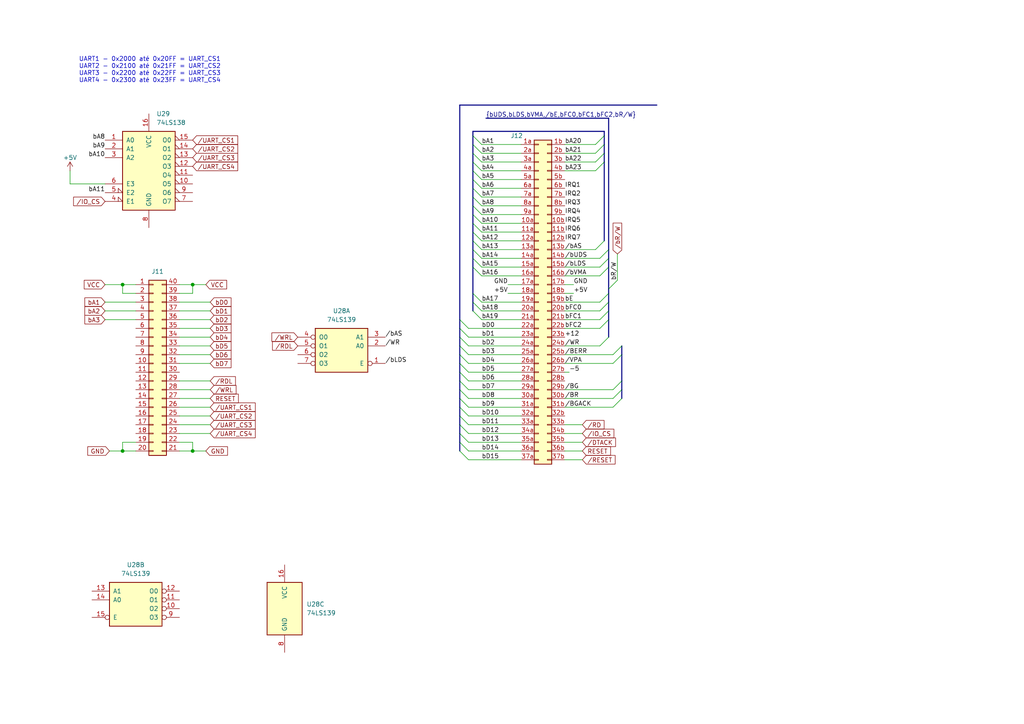
<source format=kicad_sch>
(kicad_sch (version 20230121) (generator eeschema)
  (paper "A4")
  (lib_symbols
    (symbol "74xx:74LS138" (pin_names (offset 1.016))
      (property "Reference" "U" (at -7.62 11.43 0))
      (property "Value" "74LS138" (at -7.62 -13.97 0))
      (symbol "74LS138_1_0"
        (pin input line (at -12.7 7.62 0) (length 5.08) (name "A0") (number "1"))
        (pin output output_low (at 12.7 -5.08 180) (length 5.08) (name "O5") (number "10"))
        (pin output output_low (at 12.7 -2.54 180) (length 5.08) (name "O4") (number "11"))
        (pin output output_low (at 12.7 0 180) (length 5.08) (name "O3") (number "12"))
        (pin output output_low (at 12.7 2.54 180) (length 5.08) (name "O2") (number "13"))
        (pin output output_low (at 12.7 5.08 180) (length 5.08) (name "O1") (number "14"))
        (pin output output_low (at 12.7 7.62 180) (length 5.08) (name "O0") (number "15"))
        (pin power_in line (at 0 15.24 270) (length 5.08) (name "VCC") (number "16"))
        (pin input line (at -12.7 5.08 0) (length 5.08) (name "A1") (number "2"))
        (pin input line (at -12.7 2.54 0) (length 5.08) (name "A2") (number "3"))
        (pin input input_low (at -12.7 -10.16 0) (length 5.08) (name "E1") (number "4"))
        (pin input input_low (at -12.7 -7.62 0) (length 5.08) (name "E2") (number "5"))
        (pin input line (at -12.7 -5.08 0) (length 5.08) (name "E3") (number "6"))
        (pin output output_low (at 12.7 -10.16 180) (length 5.08) (name "O7") (number "7"))
        (pin power_in line (at 0 -17.78 90) (length 5.08) (name "GND") (number "8"))
        (pin output output_low (at 12.7 -7.62 180) (length 5.08) (name "O6") (number "9"))
      )
      (symbol "74LS138_1_1"
        (rectangle (start -7.62 10.16) (end 7.62 -12.7) (stroke (width 0.254)) (fill (type background)))
      )
    )
    (symbol "74xx:74LS139" (pin_names (offset 1.016))
      (property "Reference" "U" (at -7.62 8.89 0))
      (property "Value" "74LS139" (at -7.62 -8.89 0))
      (symbol "74LS139_1_0"
        (pin input inverted (at -12.7 -5.08 0) (length 5.08) (name "E") (number "1"))
        (pin input line (at -12.7 0 0) (length 5.08) (name "A0") (number "2"))
        (pin input line (at -12.7 2.54 0) (length 5.08) (name "A1") (number "3"))
        (pin output inverted (at 12.7 2.54 180) (length 5.08) (name "O0") (number "4"))
        (pin output inverted (at 12.7 0 180) (length 5.08) (name "O1") (number "5"))
        (pin output inverted (at 12.7 -2.54 180) (length 5.08) (name "O2") (number "6"))
        (pin output inverted (at 12.7 -5.08 180) (length 5.08) (name "O3") (number "7"))
      )
      (symbol "74LS139_1_1"
        (rectangle (start -7.62 5.08) (end 7.62 -7.62) (stroke (width 0.254)) (fill (type background)))
      )
      (symbol "74LS139_2_0"
        (pin output inverted (at 12.7 -2.54 180) (length 5.08) (name "O2") (number "10"))
        (pin output inverted (at 12.7 0 180) (length 5.08) (name "O1") (number "11"))
        (pin output inverted (at 12.7 2.54 180) (length 5.08) (name "O0") (number "12"))
        (pin input line (at -12.7 2.54 0) (length 5.08) (name "A1") (number "13"))
        (pin input line (at -12.7 0 0) (length 5.08) (name "A0") (number "14"))
        (pin input inverted (at -12.7 -5.08 0) (length 5.08) (name "E") (number "15"))
        (pin output inverted (at 12.7 -5.08 180) (length 5.08) (name "O3") (number "9"))
      )
      (symbol "74LS139_2_1"
        (rectangle (start -7.62 5.08) (end 7.62 -7.62) (stroke (width 0.254)) (fill (type background)))
      )
      (symbol "74LS139_3_0"
        (pin power_in line (at 0 12.7 270) (length 5.08) (name "VCC") (number "16"))
        (pin power_in line (at 0 -12.7 90) (length 5.08) (name "GND") (number "8"))
      )
      (symbol "74LS139_3_1"
        (rectangle (start -5.08 7.62) (end 5.08 -7.62) (stroke (width 0.254)) (fill (type background)))
      )
    )
    (symbol "Connector_Generic:Conn_02x20_Counter_Clockwise" (pin_names (offset 1.016) hide)
      (property "Reference" "J" (at 1.27 25.4 0))
      (property "Value" "Conn_02x20_Counter_Clockwise" (at 1.27 -27.94 0))
      (symbol "Conn_02x20_Counter_Clockwise_1_1"
        (rectangle (start -1.27 -25.273) (end 0 -25.527) (stroke (width 0.1524)))
        (rectangle (start -1.27 -22.733) (end 0 -22.987) (stroke (width 0.1524)))
        (rectangle (start -1.27 -20.193) (end 0 -20.447) (stroke (width 0.1524)))
        (rectangle (start -1.27 -17.653) (end 0 -17.907) (stroke (width 0.1524)))
        (rectangle (start -1.27 -15.113) (end 0 -15.367) (stroke (width 0.1524)))
        (rectangle (start -1.27 -12.573) (end 0 -12.827) (stroke (width 0.1524)))
        (rectangle (start -1.27 -10.033) (end 0 -10.287) (stroke (width 0.1524)))
        (rectangle (start -1.27 -7.493) (end 0 -7.747) (stroke (width 0.1524)))
        (rectangle (start -1.27 -4.953) (end 0 -5.207) (stroke (width 0.1524)))
        (rectangle (start -1.27 -2.413) (end 0 -2.667) (stroke (width 0.1524)))
        (rectangle (start -1.27 0.127) (end 0 -0.127) (stroke (width 0.1524)))
        (rectangle (start -1.27 2.667) (end 0 2.413) (stroke (width 0.1524)))
        (rectangle (start -1.27 5.207) (end 0 4.953) (stroke (width 0.1524)))
        (rectangle (start -1.27 7.747) (end 0 7.493) (stroke (width 0.1524)))
        (rectangle (start -1.27 10.287) (end 0 10.033) (stroke (width 0.1524)))
        (rectangle (start -1.27 12.827) (end 0 12.573) (stroke (width 0.1524)))
        (rectangle (start -1.27 15.367) (end 0 15.113) (stroke (width 0.1524)))
        (rectangle (start -1.27 17.907) (end 0 17.653) (stroke (width 0.1524)))
        (rectangle (start -1.27 20.447) (end 0 20.193) (stroke (width 0.1524)))
        (rectangle (start -1.27 22.987) (end 0 22.733) (stroke (width 0.1524)))
        (rectangle (start -1.27 24.13) (end 3.81 -26.67) (stroke (width 0.254)) (fill (type background)))
        (rectangle (start 3.81 -25.273) (end 2.54 -25.527) (stroke (width 0.1524)))
        (rectangle (start 3.81 -22.733) (end 2.54 -22.987) (stroke (width 0.1524)))
        (rectangle (start 3.81 -20.193) (end 2.54 -20.447) (stroke (width 0.1524)))
        (rectangle (start 3.81 -17.653) (end 2.54 -17.907) (stroke (width 0.1524)))
        (rectangle (start 3.81 -15.113) (end 2.54 -15.367) (stroke (width 0.1524)))
        (rectangle (start 3.81 -12.573) (end 2.54 -12.827) (stroke (width 0.1524)))
        (rectangle (start 3.81 -10.033) (end 2.54 -10.287) (stroke (width 0.1524)))
        (rectangle (start 3.81 -7.493) (end 2.54 -7.747) (stroke (width 0.1524)))
        (rectangle (start 3.81 -4.953) (end 2.54 -5.207) (stroke (width 0.1524)))
        (rectangle (start 3.81 -2.413) (end 2.54 -2.667) (stroke (width 0.1524)))
        (rectangle (start 3.81 0.127) (end 2.54 -0.127) (stroke (width 0.1524)))
        (rectangle (start 3.81 2.667) (end 2.54 2.413) (stroke (width 0.1524)))
        (rectangle (start 3.81 5.207) (end 2.54 4.953) (stroke (width 0.1524)))
        (rectangle (start 3.81 7.747) (end 2.54 7.493) (stroke (width 0.1524)))
        (rectangle (start 3.81 10.287) (end 2.54 10.033) (stroke (width 0.1524)))
        (rectangle (start 3.81 12.827) (end 2.54 12.573) (stroke (width 0.1524)))
        (rectangle (start 3.81 15.367) (end 2.54 15.113) (stroke (width 0.1524)))
        (rectangle (start 3.81 17.907) (end 2.54 17.653) (stroke (width 0.1524)))
        (rectangle (start 3.81 20.447) (end 2.54 20.193) (stroke (width 0.1524)))
        (rectangle (start 3.81 22.987) (end 2.54 22.733) (stroke (width 0.1524)))
        (pin passive line (at -5.08 22.86 0) (length 3.81) (name "Pin_1") (number "1"))
        (pin passive line (at -5.08 0 0) (length 3.81) (name "Pin_10") (number "10"))
        (pin passive line (at -5.08 -2.54 0) (length 3.81) (name "Pin_11") (number "11"))
        (pin passive line (at -5.08 -5.08 0) (length 3.81) (name "Pin_12") (number "12"))
        (pin passive line (at -5.08 -7.62 0) (length 3.81) (name "Pin_13") (number "13"))
        (pin passive line (at -5.08 -10.16 0) (length 3.81) (name "Pin_14") (number "14"))
        (pin passive line (at -5.08 -12.7 0) (length 3.81) (name "Pin_15") (number "15"))
        (pin passive line (at -5.08 -15.24 0) (length 3.81) (name "Pin_16") (number "16"))
        (pin passive line (at -5.08 -17.78 0) (length 3.81) (name "Pin_17") (number "17"))
        (pin passive line (at -5.08 -20.32 0) (length 3.81) (name "Pin_18") (number "18"))
        (pin passive line (at -5.08 -22.86 0) (length 3.81) (name "Pin_19") (number "19"))
        (pin passive line (at -5.08 20.32 0) (length 3.81) (name "Pin_2") (number "2"))
        (pin passive line (at -5.08 -25.4 0) (length 3.81) (name "Pin_20") (number "20"))
        (pin passive line (at 7.62 -25.4 180) (length 3.81) (name "Pin_21") (number "21"))
        (pin passive line (at 7.62 -22.86 180) (length 3.81) (name "Pin_22") (number "22"))
        (pin passive line (at 7.62 -20.32 180) (length 3.81) (name "Pin_23") (number "23"))
        (pin passive line (at 7.62 -17.78 180) (length 3.81) (name "Pin_24") (number "24"))
        (pin passive line (at 7.62 -15.24 180) (length 3.81) (name "Pin_25") (number "25"))
        (pin passive line (at 7.62 -12.7 180) (length 3.81) (name "Pin_26") (number "26"))
        (pin passive line (at 7.62 -10.16 180) (length 3.81) (name "Pin_27") (number "27"))
        (pin passive line (at 7.62 -7.62 180) (length 3.81) (name "Pin_28") (number "28"))
        (pin passive line (at 7.62 -5.08 180) (length 3.81) (name "Pin_29") (number "29"))
        (pin passive line (at -5.08 17.78 0) (length 3.81) (name "Pin_3") (number "3"))
        (pin passive line (at 7.62 -2.54 180) (length 3.81) (name "Pin_30") (number "30"))
        (pin passive line (at 7.62 0 180) (length 3.81) (name "Pin_31") (number "31"))
        (pin passive line (at 7.62 2.54 180) (length 3.81) (name "Pin_32") (number "32"))
        (pin passive line (at 7.62 5.08 180) (length 3.81) (name "Pin_33") (number "33"))
        (pin passive line (at 7.62 7.62 180) (length 3.81) (name "Pin_34") (number "34"))
        (pin passive line (at 7.62 10.16 180) (length 3.81) (name "Pin_35") (number "35"))
        (pin passive line (at 7.62 12.7 180) (length 3.81) (name "Pin_36") (number "36"))
        (pin passive line (at 7.62 15.24 180) (length 3.81) (name "Pin_37") (number "37"))
        (pin passive line (at 7.62 17.78 180) (length 3.81) (name "Pin_38") (number "38"))
        (pin passive line (at 7.62 20.32 180) (length 3.81) (name "Pin_39") (number "39"))
        (pin passive line (at -5.08 15.24 0) (length 3.81) (name "Pin_4") (number "4"))
        (pin passive line (at 7.62 22.86 180) (length 3.81) (name "Pin_40") (number "40"))
        (pin passive line (at -5.08 12.7 0) (length 3.81) (name "Pin_5") (number "5"))
        (pin passive line (at -5.08 10.16 0) (length 3.81) (name "Pin_6") (number "6"))
        (pin passive line (at -5.08 7.62 0) (length 3.81) (name "Pin_7") (number "7"))
        (pin passive line (at -5.08 5.08 0) (length 3.81) (name "Pin_8") (number "8"))
        (pin passive line (at -5.08 2.54 0) (length 3.81) (name "Pin_9") (number "9"))
      )
    )
    (symbol "Connector_Generic:Conn_02x37_Row_Letter_Last" (pin_names (offset 1.016) hide)
      (property "Reference" "J" (at 1.27 48.26 0))
      (property "Value" "Conn_02x37_Row_Letter_Last" (at 1.27 -48.26 0))
      (symbol "Conn_02x37_Row_Letter_Last_1_1"
        (rectangle (start -1.27 -45.593) (end 0 -45.847) (stroke (width 0.1524)))
        (rectangle (start -1.27 -43.053) (end 0 -43.307) (stroke (width 0.1524)))
        (rectangle (start -1.27 -40.513) (end 0 -40.767) (stroke (width 0.1524)))
        (rectangle (start -1.27 -37.973) (end 0 -38.227) (stroke (width 0.1524)))
        (rectangle (start -1.27 -35.433) (end 0 -35.687) (stroke (width 0.1524)))
        (rectangle (start -1.27 -32.893) (end 0 -33.147) (stroke (width 0.1524)))
        (rectangle (start -1.27 -30.353) (end 0 -30.607) (stroke (width 0.1524)))
        (rectangle (start -1.27 -27.813) (end 0 -28.067) (stroke (width 0.1524)))
        (rectangle (start -1.27 -25.273) (end 0 -25.527) (stroke (width 0.1524)))
        (rectangle (start -1.27 -22.733) (end 0 -22.987) (stroke (width 0.1524)))
        (rectangle (start -1.27 -20.193) (end 0 -20.447) (stroke (width 0.1524)))
        (rectangle (start -1.27 -17.653) (end 0 -17.907) (stroke (width 0.1524)))
        (rectangle (start -1.27 -15.113) (end 0 -15.367) (stroke (width 0.1524)))
        (rectangle (start -1.27 -12.573) (end 0 -12.827) (stroke (width 0.1524)))
        (rectangle (start -1.27 -10.033) (end 0 -10.287) (stroke (width 0.1524)))
        (rectangle (start -1.27 -7.493) (end 0 -7.747) (stroke (width 0.1524)))
        (rectangle (start -1.27 -4.953) (end 0 -5.207) (stroke (width 0.1524)))
        (rectangle (start -1.27 -2.413) (end 0 -2.667) (stroke (width 0.1524)))
        (rectangle (start -1.27 0.127) (end 0 -0.127) (stroke (width 0.1524)))
        (rectangle (start -1.27 2.667) (end 0 2.413) (stroke (width 0.1524)))
        (rectangle (start -1.27 5.207) (end 0 4.953) (stroke (width 0.1524)))
        (rectangle (start -1.27 7.747) (end 0 7.493) (stroke (width 0.1524)))
        (rectangle (start -1.27 10.287) (end 0 10.033) (stroke (width 0.1524)))
        (rectangle (start -1.27 12.827) (end 0 12.573) (stroke (width 0.1524)))
        (rectangle (start -1.27 15.367) (end 0 15.113) (stroke (width 0.1524)))
        (rectangle (start -1.27 17.907) (end 0 17.653) (stroke (width 0.1524)))
        (rectangle (start -1.27 20.447) (end 0 20.193) (stroke (width 0.1524)))
        (rectangle (start -1.27 22.987) (end 0 22.733) (stroke (width 0.1524)))
        (rectangle (start -1.27 25.527) (end 0 25.273) (stroke (width 0.1524)))
        (rectangle (start -1.27 28.067) (end 0 27.813) (stroke (width 0.1524)))
        (rectangle (start -1.27 30.607) (end 0 30.353) (stroke (width 0.1524)))
        (rectangle (start -1.27 33.147) (end 0 32.893) (stroke (width 0.1524)))
        (rectangle (start -1.27 35.687) (end 0 35.433) (stroke (width 0.1524)))
        (rectangle (start -1.27 38.227) (end 0 37.973) (stroke (width 0.1524)))
        (rectangle (start -1.27 40.767) (end 0 40.513) (stroke (width 0.1524)))
        (rectangle (start -1.27 43.307) (end 0 43.053) (stroke (width 0.1524)))
        (rectangle (start -1.27 45.847) (end 0 45.593) (stroke (width 0.1524)))
        (rectangle (start -1.27 46.99) (end 3.81 -46.99) (stroke (width 0.254)) (fill (type background)))
        (rectangle (start 3.81 -45.593) (end 2.54 -45.847) (stroke (width 0.1524)))
        (rectangle (start 3.81 -43.053) (end 2.54 -43.307) (stroke (width 0.1524)))
        (rectangle (start 3.81 -40.513) (end 2.54 -40.767) (stroke (width 0.1524)))
        (rectangle (start 3.81 -37.973) (end 2.54 -38.227) (stroke (width 0.1524)))
        (rectangle (start 3.81 -35.433) (end 2.54 -35.687) (stroke (width 0.1524)))
        (rectangle (start 3.81 -32.893) (end 2.54 -33.147) (stroke (width 0.1524)))
        (rectangle (start 3.81 -30.353) (end 2.54 -30.607) (stroke (width 0.1524)))
        (rectangle (start 3.81 -27.813) (end 2.54 -28.067) (stroke (width 0.1524)))
        (rectangle (start 3.81 -25.273) (end 2.54 -25.527) (stroke (width 0.1524)))
        (rectangle (start 3.81 -22.733) (end 2.54 -22.987) (stroke (width 0.1524)))
        (rectangle (start 3.81 -20.193) (end 2.54 -20.447) (stroke (width 0.1524)))
        (rectangle (start 3.81 -17.653) (end 2.54 -17.907) (stroke (width 0.1524)))
        (rectangle (start 3.81 -15.113) (end 2.54 -15.367) (stroke (width 0.1524)))
        (rectangle (start 3.81 -12.573) (end 2.54 -12.827) (stroke (width 0.1524)))
        (rectangle (start 3.81 -10.033) (end 2.54 -10.287) (stroke (width 0.1524)))
        (rectangle (start 3.81 -7.493) (end 2.54 -7.747) (stroke (width 0.1524)))
        (rectangle (start 3.81 -4.953) (end 2.54 -5.207) (stroke (width 0.1524)))
        (rectangle (start 3.81 -2.413) (end 2.54 -2.667) (stroke (width 0.1524)))
        (rectangle (start 3.81 0.127) (end 2.54 -0.127) (stroke (width 0.1524)))
        (rectangle (start 3.81 2.667) (end 2.54 2.413) (stroke (width 0.1524)))
        (rectangle (start 3.81 5.207) (end 2.54 4.953) (stroke (width 0.1524)))
        (rectangle (start 3.81 7.747) (end 2.54 7.493) (stroke (width 0.1524)))
        (rectangle (start 3.81 10.287) (end 2.54 10.033) (stroke (width 0.1524)))
        (rectangle (start 3.81 12.827) (end 2.54 12.573) (stroke (width 0.1524)))
        (rectangle (start 3.81 15.367) (end 2.54 15.113) (stroke (width 0.1524)))
        (rectangle (start 3.81 17.907) (end 2.54 17.653) (stroke (width 0.1524)))
        (rectangle (start 3.81 20.447) (end 2.54 20.193) (stroke (width 0.1524)))
        (rectangle (start 3.81 22.987) (end 2.54 22.733) (stroke (width 0.1524)))
        (rectangle (start 3.81 25.527) (end 2.54 25.273) (stroke (width 0.1524)))
        (rectangle (start 3.81 28.067) (end 2.54 27.813) (stroke (width 0.1524)))
        (rectangle (start 3.81 30.607) (end 2.54 30.353) (stroke (width 0.1524)))
        (rectangle (start 3.81 33.147) (end 2.54 32.893) (stroke (width 0.1524)))
        (rectangle (start 3.81 35.687) (end 2.54 35.433) (stroke (width 0.1524)))
        (rectangle (start 3.81 38.227) (end 2.54 37.973) (stroke (width 0.1524)))
        (rectangle (start 3.81 40.767) (end 2.54 40.513) (stroke (width 0.1524)))
        (rectangle (start 3.81 43.307) (end 2.54 43.053) (stroke (width 0.1524)))
        (rectangle (start 3.81 45.847) (end 2.54 45.593) (stroke (width 0.1524)))
        (pin passive line (at -5.08 22.86 0) (length 3.81) (name "Pin_10a") (number "10a"))
        (pin passive line (at 7.62 22.86 180) (length 3.81) (name "Pin_10b") (number "10b"))
        (pin passive line (at -5.08 20.32 0) (length 3.81) (name "Pin_11a") (number "11a"))
        (pin passive line (at 7.62 20.32 180) (length 3.81) (name "Pin_11b") (number "11b"))
        (pin passive line (at -5.08 17.78 0) (length 3.81) (name "Pin_12a") (number "12a"))
        (pin passive line (at 7.62 17.78 180) (length 3.81) (name "Pin_12b") (number "12b"))
        (pin passive line (at -5.08 15.24 0) (length 3.81) (name "Pin_13a") (number "13a"))
        (pin passive line (at 7.62 15.24 180) (length 3.81) (name "Pin_13b") (number "13b"))
        (pin passive line (at -5.08 12.7 0) (length 3.81) (name "Pin_14a") (number "14a"))
        (pin passive line (at 7.62 12.7 180) (length 3.81) (name "Pin_14b") (number "14b"))
        (pin passive line (at -5.08 10.16 0) (length 3.81) (name "Pin_15a") (number "15a"))
        (pin passive line (at 7.62 10.16 180) (length 3.81) (name "Pin_15b") (number "15b"))
        (pin passive line (at -5.08 7.62 0) (length 3.81) (name "Pin_16a") (number "16a"))
        (pin passive line (at 7.62 7.62 180) (length 3.81) (name "Pin_16b") (number "16b"))
        (pin passive line (at -5.08 5.08 0) (length 3.81) (name "Pin_17a") (number "17a"))
        (pin passive line (at 7.62 5.08 180) (length 3.81) (name "Pin_17b") (number "17b"))
        (pin passive line (at -5.08 2.54 0) (length 3.81) (name "Pin_18a") (number "18a"))
        (pin passive line (at 7.62 2.54 180) (length 3.81) (name "Pin_18b") (number "18b"))
        (pin passive line (at -5.08 0 0) (length 3.81) (name "Pin_19a") (number "19a"))
        (pin passive line (at 7.62 0 180) (length 3.81) (name "Pin_19b") (number "19b"))
        (pin passive line (at -5.08 45.72 0) (length 3.81) (name "Pin_1a") (number "1a"))
        (pin passive line (at 7.62 45.72 180) (length 3.81) (name "Pin_1b") (number "1b"))
        (pin passive line (at -5.08 -2.54 0) (length 3.81) (name "Pin_20a") (number "20a"))
        (pin passive line (at 7.62 -2.54 180) (length 3.81) (name "Pin_20b") (number "20b"))
        (pin passive line (at -5.08 -5.08 0) (length 3.81) (name "Pin_21a") (number "21a"))
        (pin passive line (at 7.62 -5.08 180) (length 3.81) (name "Pin_21b") (number "21b"))
        (pin passive line (at -5.08 -7.62 0) (length 3.81) (name "Pin_22a") (number "22a"))
        (pin passive line (at 7.62 -7.62 180) (length 3.81) (name "Pin_22b") (number "22b"))
        (pin passive line (at -5.08 -10.16 0) (length 3.81) (name "Pin_23a") (number "23a"))
        (pin passive line (at 7.62 -10.16 180) (length 3.81) (name "Pin_23b") (number "23b"))
        (pin passive line (at -5.08 -12.7 0) (length 3.81) (name "Pin_24a") (number "24a"))
        (pin passive line (at 7.62 -12.7 180) (length 3.81) (name "Pin_24b") (number "24b"))
        (pin passive line (at -5.08 -15.24 0) (length 3.81) (name "Pin_25a") (number "25a"))
        (pin passive line (at 7.62 -15.24 180) (length 3.81) (name "Pin_25b") (number "25b"))
        (pin passive line (at -5.08 -17.78 0) (length 3.81) (name "Pin_26a") (number "26a"))
        (pin passive line (at 7.62 -17.78 180) (length 3.81) (name "Pin_26b") (number "26b"))
        (pin passive line (at -5.08 -20.32 0) (length 3.81) (name "Pin_27a") (number "27a"))
        (pin passive line (at 7.62 -20.32 180) (length 3.81) (name "Pin_27b") (number "27b"))
        (pin passive line (at -5.08 -22.86 0) (length 3.81) (name "Pin_28a") (number "28a"))
        (pin passive line (at 7.62 -22.86 180) (length 3.81) (name "Pin_28b") (number "28b"))
        (pin passive line (at -5.08 -25.4 0) (length 3.81) (name "Pin_29a") (number "29a"))
        (pin passive line (at 7.62 -25.4 180) (length 3.81) (name "Pin_29b") (number "29b"))
        (pin passive line (at -5.08 43.18 0) (length 3.81) (name "Pin_2a") (number "2a"))
        (pin passive line (at 7.62 43.18 180) (length 3.81) (name "Pin_2b") (number "2b"))
        (pin passive line (at -5.08 -27.94 0) (length 3.81) (name "Pin_30a") (number "30a"))
        (pin passive line (at 7.62 -27.94 180) (length 3.81) (name "Pin_30b") (number "30b"))
        (pin passive line (at -5.08 -30.48 0) (length 3.81) (name "Pin_31a") (number "31a"))
        (pin passive line (at 7.62 -30.48 180) (length 3.81) (name "Pin_31b") (number "31b"))
        (pin passive line (at -5.08 -33.02 0) (length 3.81) (name "Pin_32a") (number "32a"))
        (pin passive line (at 7.62 -33.02 180) (length 3.81) (name "Pin_32b") (number "32b"))
        (pin passive line (at -5.08 -35.56 0) (length 3.81) (name "Pin_33a") (number "33a"))
        (pin passive line (at 7.62 -35.56 180) (length 3.81) (name "Pin_33b") (number "33b"))
        (pin passive line (at -5.08 -38.1 0) (length 3.81) (name "Pin_34a") (number "34a"))
        (pin passive line (at 7.62 -38.1 180) (length 3.81) (name "Pin_34b") (number "34b"))
        (pin passive line (at -5.08 -40.64 0) (length 3.81) (name "Pin_35a") (number "35a"))
        (pin passive line (at 7.62 -40.64 180) (length 3.81) (name "Pin_35b") (number "35b"))
        (pin passive line (at -5.08 -43.18 0) (length 3.81) (name "Pin_36a") (number "36a"))
        (pin passive line (at 7.62 -43.18 180) (length 3.81) (name "Pin_36b") (number "36b"))
        (pin passive line (at -5.08 -45.72 0) (length 3.81) (name "Pin_37a") (number "37a"))
        (pin passive line (at 7.62 -45.72 180) (length 3.81) (name "Pin_37b") (number "37b"))
        (pin passive line (at -5.08 40.64 0) (length 3.81) (name "Pin_3a") (number "3a"))
        (pin passive line (at 7.62 40.64 180) (length 3.81) (name "Pin_3b") (number "3b"))
        (pin passive line (at -5.08 38.1 0) (length 3.81) (name "Pin_4a") (number "4a"))
        (pin passive line (at 7.62 38.1 180) (length 3.81) (name "Pin_4b") (number "4b"))
        (pin passive line (at -5.08 35.56 0) (length 3.81) (name "Pin_5a") (number "5a"))
        (pin passive line (at 7.62 35.56 180) (length 3.81) (name "Pin_5b") (number "5b"))
        (pin passive line (at -5.08 33.02 0) (length 3.81) (name "Pin_6a") (number "6a"))
        (pin passive line (at 7.62 33.02 180) (length 3.81) (name "Pin_6b") (number "6b"))
        (pin passive line (at -5.08 30.48 0) (length 3.81) (name "Pin_7a") (number "7a"))
        (pin passive line (at 7.62 30.48 180) (length 3.81) (name "Pin_7b") (number "7b"))
        (pin passive line (at -5.08 27.94 0) (length 3.81) (name "Pin_8a") (number "8a"))
        (pin passive line (at 7.62 27.94 180) (length 3.81) (name "Pin_8b") (number "8b"))
        (pin passive line (at -5.08 25.4 0) (length 3.81) (name "Pin_9a") (number "9a"))
        (pin passive line (at 7.62 25.4 180) (length 3.81) (name "Pin_9b") (number "9b"))
      )
    )
    (symbol "power:+5V" (power) (pin_names (offset 0))
      (property "Value" "+5V" (at 0 3.556 0))
      (symbol "+5V_0_1"
        (polyline (pts (xy -0.762 1.27) (xy 0 2.54)))
        (polyline (pts (xy 0 0) (xy 0 2.54)))
        (polyline (pts (xy 0 2.54) (xy 0.762 1.27)))
      )
      (symbol "+5V_1_1"
        (pin power_in line (at 0 0 90) (length 0) hide (name "+5V") (number "1"))
      )
    )
  )
  (junction (at 55.88 82.55))
  (junction (at 55.88 130.81))
  (junction (at 35.56 82.55))
  (junction (at 35.56 130.81))
  (bus_entry (at 133.35 105.41) (size 2.54 2.54))
  (bus_entry (at 176.53 90.17) (size -2.54 2.54))
  (bus_entry (at 137.16 62.23) (size 2.54 2.54))
  (bus_entry (at 137.16 77.47) (size 2.54 2.54))
  (bus_entry (at 133.35 123.19) (size 2.54 2.54))
  (bus_entry (at 175.26 39.37) (size -2.54 2.54))
  (bus_entry (at 180.34 110.49) (size -2.54 2.54))
  (bus_entry (at 133.35 100.33) (size 2.54 2.54))
  (bus_entry (at 137.16 69.85) (size 2.54 2.54))
  (bus_entry (at 137.16 87.63) (size 2.54 2.54))
  (bus_entry (at 176.53 77.47) (size -2.54 2.54))
  (bus_entry (at 133.35 125.73) (size 2.54 2.54))
  (bus_entry (at 175.26 44.45) (size -2.54 2.54))
  (bus_entry (at 176.53 74.93) (size -2.54 2.54))
  (bus_entry (at 176.53 97.79) (size -2.54 2.54))
  (bus_entry (at 137.16 44.45) (size 2.54 2.54))
  (bus_entry (at 180.34 102.87) (size -2.54 2.54))
  (bus_entry (at 137.16 59.69) (size 2.54 2.54))
  (bus_entry (at 133.35 128.27) (size 2.54 2.54))
  (bus_entry (at 137.16 57.15) (size 2.54 2.54))
  (bus_entry (at 176.53 85.09) (size -2.54 2.54))
  (bus_entry (at 133.35 130.81) (size 2.54 2.54))
  (bus_entry (at 133.35 107.95) (size 2.54 2.54))
  (bus_entry (at 137.16 67.31) (size 2.54 2.54))
  (bus_entry (at 137.16 54.61) (size 2.54 2.54))
  (bus_entry (at 137.16 46.99) (size 2.54 2.54))
  (bus_entry (at 133.35 120.65) (size 2.54 2.54))
  (bus_entry (at 176.53 92.71) (size -2.54 2.54))
  (bus_entry (at 176.53 72.39) (size -2.54 2.54))
  (bus_entry (at 176.53 87.63) (size -2.54 2.54))
  (bus_entry (at 137.16 41.91) (size 2.54 2.54))
  (bus_entry (at 133.35 95.25) (size 2.54 2.54))
  (bus_entry (at 175.26 46.99) (size -2.54 2.54))
  (bus_entry (at 133.35 97.79) (size 2.54 2.54))
  (bus_entry (at 137.16 49.53) (size 2.54 2.54))
  (bus_entry (at 137.16 64.77) (size 2.54 2.54))
  (bus_entry (at 175.26 41.91) (size -2.54 2.54))
  (bus_entry (at 176.53 83.82) (size 2.54 -2.54))
  (bus_entry (at 133.35 113.03) (size 2.54 2.54))
  (bus_entry (at 133.35 102.87) (size 2.54 2.54))
  (bus_entry (at 137.16 74.93) (size 2.54 2.54))
  (bus_entry (at 133.35 92.71) (size 2.54 2.54))
  (bus_entry (at 137.16 72.39) (size 2.54 2.54))
  (bus_entry (at 137.16 52.07) (size 2.54 2.54))
  (bus_entry (at 133.35 118.11) (size 2.54 2.54))
  (bus_entry (at 180.34 113.03) (size -2.54 2.54))
  (bus_entry (at 133.35 115.57) (size 2.54 2.54))
  (bus_entry (at 137.16 85.09) (size 2.54 2.54))
  (bus_entry (at 175.26 69.85) (size -2.54 2.54))
  (bus_entry (at 137.16 39.37) (size 2.54 2.54))
  (bus_entry (at 180.34 100.33) (size -2.54 2.54))
  (bus_entry (at 133.35 110.49) (size 2.54 2.54))
  (bus_entry (at 180.34 115.57) (size -2.54 2.54))
  (bus_entry (at 137.16 90.17) (size 2.54 2.54))
  (wire (pts (xy 173.99 90.17) (xy 163.83 90.17)))
  (bus (pts (xy 175.26 39.37) (xy 175.26 41.91)))
  (bus (pts (xy 137.16 38.1) (xy 175.26 38.1)))
  (wire (pts (xy 172.72 44.45) (xy 163.83 44.45)))
  (bus (pts (xy 176.53 83.82) (xy 176.53 85.09)))
  (bus (pts (xy 175.26 44.45) (xy 175.26 46.99)))
  (wire (pts (xy 172.72 41.91) (xy 163.83 41.91)))
  (wire (pts (xy 52.07 128.27) (xy 55.88 128.27)))
  (bus (pts (xy 133.35 102.87) (xy 133.35 105.41)))
  (wire (pts (xy 163.83 82.55) (xy 166.37 82.55)))
  (wire (pts (xy 177.8 118.11) (xy 163.83 118.11)))
  (wire (pts (xy 139.7 64.77) (xy 151.13 64.77)))
  (wire (pts (xy 139.7 74.93) (xy 151.13 74.93)))
  (wire (pts (xy 139.7 92.71) (xy 151.13 92.71)))
  (bus (pts (xy 133.35 120.65) (xy 133.35 123.19)))
  (bus (pts (xy 133.35 97.79) (xy 133.35 100.33)))
  (wire (pts (xy 139.7 80.01) (xy 151.13 80.01)))
  (wire (pts (xy 60.96 123.19) (xy 52.07 123.19)))
  (wire (pts (xy 20.32 53.34) (xy 30.48 53.34)))
  (wire (pts (xy 179.07 73.66) (xy 179.07 81.28)))
  (bus (pts (xy 137.16 49.53) (xy 137.16 52.07)))
  (bus (pts (xy 176.53 77.47) (xy 176.53 83.82)))
  (bus (pts (xy 180.34 102.87) (xy 180.34 110.49)))
  (wire (pts (xy 173.99 77.47) (xy 163.83 77.47)))
  (wire (pts (xy 139.7 87.63) (xy 151.13 87.63)))
  (wire (pts (xy 60.96 92.71) (xy 52.07 92.71)))
  (bus (pts (xy 137.16 67.31) (xy 137.16 69.85)))
  (wire (pts (xy 135.89 97.79) (xy 151.13 97.79)))
  (wire (pts (xy 60.96 105.41) (xy 52.07 105.41)))
  (bus (pts (xy 137.16 74.93) (xy 137.16 77.47)))
  (bus (pts (xy 133.35 128.27) (xy 133.35 130.81)))
  (bus (pts (xy 133.35 113.03) (xy 133.35 115.57)))
  (bus (pts (xy 176.53 72.39) (xy 176.53 74.93)))
  (bus (pts (xy 180.34 110.49) (xy 180.34 113.03)))
  (wire (pts (xy 139.7 77.47) (xy 151.13 77.47)))
  (wire (pts (xy 60.96 125.73) (xy 52.07 125.73)))
  (wire (pts (xy 60.96 115.57) (xy 52.07 115.57)))
  (wire (pts (xy 173.99 87.63) (xy 163.83 87.63)))
  (wire (pts (xy 60.96 102.87) (xy 52.07 102.87)))
  (wire (pts (xy 135.89 115.57) (xy 151.13 115.57)))
  (wire (pts (xy 59.69 130.81) (xy 55.88 130.81)))
  (bus (pts (xy 176.53 85.09) (xy 176.53 87.63)))
  (wire (pts (xy 135.89 95.25) (xy 151.13 95.25)))
  (wire (pts (xy 135.89 100.33) (xy 151.13 100.33)))
  (bus (pts (xy 180.34 113.03) (xy 180.34 115.57)))
  (bus (pts (xy 133.35 125.73) (xy 133.35 128.27)))
  (wire (pts (xy 30.48 87.63) (xy 39.37 87.63)))
  (wire (pts (xy 20.32 49.53) (xy 20.32 53.34)))
  (wire (pts (xy 52.07 85.09) (xy 55.88 85.09)))
  (bus (pts (xy 176.53 74.93) (xy 176.53 77.47)))
  (bus (pts (xy 137.16 72.39) (xy 137.16 74.93)))
  (wire (pts (xy 35.56 82.55) (xy 39.37 82.55)))
  (wire (pts (xy 60.96 95.25) (xy 52.07 95.25)))
  (bus (pts (xy 133.35 105.41) (xy 133.35 107.95)))
  (wire (pts (xy 147.32 82.55) (xy 151.13 82.55)))
  (wire (pts (xy 135.89 118.11) (xy 151.13 118.11)))
  (wire (pts (xy 172.72 49.53) (xy 163.83 49.53)))
  (wire (pts (xy 35.56 128.27) (xy 35.56 130.81)))
  (bus (pts (xy 137.16 85.09) (xy 137.16 87.63)))
  (bus (pts (xy 176.53 92.71) (xy 176.53 97.79)))
  (wire (pts (xy 55.88 82.55) (xy 55.88 85.09)))
  (wire (pts (xy 135.89 128.27) (xy 151.13 128.27)))
  (wire (pts (xy 177.8 115.57) (xy 163.83 115.57)))
  (wire (pts (xy 173.99 74.93) (xy 163.83 74.93)))
  (bus (pts (xy 133.35 110.49) (xy 133.35 113.03)))
  (wire (pts (xy 55.88 82.55) (xy 59.69 82.55)))
  (wire (pts (xy 139.7 57.15) (xy 151.13 57.15)))
  (bus (pts (xy 176.53 34.29) (xy 176.53 72.39)))
  (bus (pts (xy 137.16 39.37) (xy 137.16 41.91)))
  (wire (pts (xy 139.7 72.39) (xy 151.13 72.39)))
  (wire (pts (xy 135.89 130.81) (xy 151.13 130.81)))
  (wire (pts (xy 35.56 128.27) (xy 39.37 128.27)))
  (wire (pts (xy 173.99 80.01) (xy 163.83 80.01)))
  (wire (pts (xy 173.99 92.71) (xy 163.83 92.71)))
  (bus (pts (xy 133.35 107.95) (xy 133.35 110.49)))
  (wire (pts (xy 177.8 105.41) (xy 163.83 105.41)))
  (wire (pts (xy 135.89 123.19) (xy 151.13 123.19)))
  (wire (pts (xy 60.96 113.03) (xy 52.07 113.03)))
  (wire (pts (xy 139.7 62.23) (xy 151.13 62.23)))
  (wire (pts (xy 60.96 118.11) (xy 52.07 118.11)))
  (wire (pts (xy 166.37 85.09) (xy 163.83 85.09)))
  (wire (pts (xy 173.99 95.25) (xy 163.83 95.25)))
  (wire (pts (xy 135.89 133.35) (xy 151.13 133.35)))
  (wire (pts (xy 30.48 92.71) (xy 39.37 92.71)))
  (bus (pts (xy 137.16 41.91) (xy 137.16 44.45)))
  (wire (pts (xy 139.7 59.69) (xy 151.13 59.69)))
  (wire (pts (xy 139.7 52.07) (xy 151.13 52.07)))
  (bus (pts (xy 137.16 38.1) (xy 137.16 39.37)))
  (wire (pts (xy 139.7 46.99) (xy 151.13 46.99)))
  (wire (pts (xy 139.7 69.85) (xy 151.13 69.85)))
  (wire (pts (xy 135.89 107.95) (xy 151.13 107.95)))
  (bus (pts (xy 176.53 90.17) (xy 176.53 92.71)))
  (wire (pts (xy 163.83 133.35) (xy 168.91 133.35)))
  (wire (pts (xy 35.56 82.55) (xy 35.56 85.09)))
  (wire (pts (xy 168.91 125.73) (xy 163.83 125.73)))
  (wire (pts (xy 35.56 85.09) (xy 39.37 85.09)))
  (bus (pts (xy 176.53 87.63) (xy 176.53 90.17)))
  (bus (pts (xy 133.35 100.33) (xy 133.35 102.87)))
  (bus (pts (xy 137.16 62.23) (xy 137.16 64.77)))
  (bus (pts (xy 137.16 59.69) (xy 137.16 62.23)))
  (bus (pts (xy 137.16 87.63) (xy 137.16 90.17)))
  (wire (pts (xy 165.1 107.95) (xy 163.83 107.95)))
  (bus (pts (xy 137.16 57.15) (xy 137.16 59.69)))
  (wire (pts (xy 177.8 113.03) (xy 163.83 113.03)))
  (wire (pts (xy 135.89 113.03) (xy 151.13 113.03)))
  (bus (pts (xy 133.35 30.48) (xy 133.35 92.71)))
  (bus (pts (xy 175.26 38.1) (xy 175.26 39.37)))
  (wire (pts (xy 135.89 105.41) (xy 151.13 105.41)))
  (wire (pts (xy 172.72 46.99) (xy 163.83 46.99)))
  (wire (pts (xy 135.89 125.73) (xy 151.13 125.73)))
  (wire (pts (xy 173.99 100.33) (xy 163.83 100.33)))
  (bus (pts (xy 140.97 34.29) (xy 176.53 34.29)))
  (wire (pts (xy 168.91 123.19) (xy 163.83 123.19)))
  (wire (pts (xy 139.7 90.17) (xy 151.13 90.17)))
  (bus (pts (xy 137.16 77.47) (xy 137.16 85.09)))
  (wire (pts (xy 168.91 128.27) (xy 163.83 128.27)))
  (bus (pts (xy 180.34 100.33) (xy 180.34 102.87)))
  (wire (pts (xy 60.96 110.49) (xy 52.07 110.49)))
  (bus (pts (xy 133.35 115.57) (xy 133.35 118.11)))
  (bus (pts (xy 175.26 46.99) (xy 175.26 69.85)))
  (bus (pts (xy 137.16 52.07) (xy 137.16 54.61)))
  (wire (pts (xy 139.7 49.53) (xy 151.13 49.53)))
  (wire (pts (xy 52.07 82.55) (xy 55.88 82.55)))
  (bus (pts (xy 137.16 46.99) (xy 137.16 49.53)))
  (bus (pts (xy 133.35 95.25) (xy 133.35 97.79)))
  (wire (pts (xy 135.89 110.49) (xy 151.13 110.49)))
  (wire (pts (xy 163.83 130.81) (xy 168.91 130.81)))
  (bus (pts (xy 133.35 30.48) (xy 190.5 30.48)))
  (wire (pts (xy 139.7 54.61) (xy 151.13 54.61)))
  (wire (pts (xy 172.72 72.39) (xy 163.83 72.39)))
  (wire (pts (xy 135.89 120.65) (xy 151.13 120.65)))
  (wire (pts (xy 31.75 130.81) (xy 35.56 130.81)))
  (bus (pts (xy 137.16 44.45) (xy 137.16 46.99)))
  (wire (pts (xy 60.96 90.17) (xy 52.07 90.17)))
  (wire (pts (xy 55.88 130.81) (xy 52.07 130.81)))
  (bus (pts (xy 137.16 64.77) (xy 137.16 67.31)))
  (wire (pts (xy 139.7 67.31) (xy 151.13 67.31)))
  (bus (pts (xy 137.16 54.61) (xy 137.16 57.15)))
  (wire (pts (xy 60.96 87.63) (xy 52.07 87.63)))
  (wire (pts (xy 30.48 90.17) (xy 39.37 90.17)))
  (wire (pts (xy 147.32 85.09) (xy 151.13 85.09)))
  (wire (pts (xy 139.7 44.45) (xy 151.13 44.45)))
  (wire (pts (xy 135.89 102.87) (xy 151.13 102.87)))
  (bus (pts (xy 133.35 118.11) (xy 133.35 120.65)))
  (bus (pts (xy 137.16 69.85) (xy 137.16 72.39)))
  (bus (pts (xy 133.35 123.19) (xy 133.35 125.73)))
  (wire (pts (xy 60.96 97.79) (xy 52.07 97.79)))
  (wire (pts (xy 139.7 41.91) (xy 151.13 41.91)))
  (wire (pts (xy 55.88 128.27) (xy 55.88 130.81)))
  (bus (pts (xy 175.26 41.91) (xy 175.26 44.45)))
  (wire (pts (xy 60.96 100.33) (xy 52.07 100.33)))
  (bus (pts (xy 133.35 92.71) (xy 133.35 95.25)))
  (wire (pts (xy 60.96 120.65) (xy 52.07 120.65)))
  (wire (pts (xy 30.48 82.55) (xy 35.56 82.55)))
  (wire (pts (xy 35.56 130.81) (xy 39.37 130.81)))
  (wire (pts (xy 177.8 102.87) (xy 163.83 102.87)))
  (text "UART1 - 0x2000 até 0x20FF = UART_CS1                  \nUART2 - 0x2100 até 0x21FF = UART_CS2                                                   \nUART3 - 0x2200 até 0x22FF = UART_CS3                                                   \nUART4 - 0x2300 até 0x23FF = UART_CS4\n" (at 22.86 24.13 0) (effects (font (size 1.27 1.27)) (justify left bottom)))
  (label "bD11" (at 139.7 123.19 0))
  (label "bFC2" (at 163.83 95.25 0))
  (label "{slash}WR" (at 111.76 100.33 0))
  (label "+5V" (at 147.32 85.09 180))
  (label "bA21" (at 163.83 44.45 0))
  (label "IRQ3" (at 163.83 59.69 0))
  (label "bD8" (at 139.7 115.57 0))
  (label "bA9" (at 139.7 62.23 0))
  (label "bA3" (at 139.7 46.99 0))
  (label "IRQ6" (at 163.83 67.31 0))
  (label "bA7" (at 139.7 57.15 0))
  (label "bA16" (at 139.7 80.01 0))
  (label "bA5" (at 139.7 52.07 0))
  (label "bD12" (at 139.7 125.73 0))
  (label "{slash}BR" (at 163.83 115.57 0))
  (label "IRQ1" (at 163.83 54.61 0))
  (label "bD0" (at 139.7 95.25 0))
  (label "bD4" (at 139.7 105.41 0))
  (label "bA22" (at 163.83 46.99 0))
  (label "{slash}VPA" (at 163.83 105.41 0))
  (label "bD13" (at 139.7 128.27 0))
  (label "bE" (at 163.83 87.63 0))
  (label "{slash}BGACK" (at 163.83 118.11 0))
  (label "{bUDS,bLDS,bVMA,{slash}bE,bFC0,bFC1,bFC2,bR{slash}W}" (at 140.97 34.29 0))
  (label "GND" (at 166.37 82.55 0))
  (label "{slash}bAS" (at 163.83 72.39 0))
  (label "bA9" (at 30.48 43.18 180))
  (label "{slash}bVMA" (at 163.83 80.01 0))
  (label "bA18" (at 139.7 90.17 0))
  (label "IRQ2" (at 163.83 57.15 0))
  (label "bFC0" (at 163.83 90.17 0))
  (label "-5" (at 165.1 107.95 0))
  (label "bD14" (at 139.7 130.81 0))
  (label "bD3" (at 139.7 102.87 0))
  (label "IRQ7" (at 163.83 69.85 0))
  (label "bD15" (at 139.7 133.35 0))
  (label "{slash}bLDS" (at 111.76 105.41 0))
  (label "bA1" (at 139.7 41.91 0))
  (label "bA8" (at 139.7 59.69 0))
  (label "bFC1" (at 163.83 92.71 0))
  (label "bA15" (at 139.7 77.47 0))
  (label "+5V" (at 166.37 85.09 0))
  (label "bD1" (at 139.7 97.79 0))
  (label "bD10" (at 139.7 120.65 0))
  (label "bA13" (at 139.7 72.39 0))
  (label "bA11" (at 139.7 67.31 0))
  (label "bA19" (at 139.7 92.71 0))
  (label "bA14" (at 139.7 74.93 0))
  (label "bD6" (at 139.7 110.49 0))
  (label "{slash}BERR" (at 163.83 102.87 0))
  (label "bA23" (at 163.83 49.53 0))
  (label "bA10" (at 30.48 45.72 180))
  (label "{slash}BG" (at 163.83 113.03 0))
  (label "bA20" (at 163.83 41.91 0))
  (label "IRQ4" (at 163.83 62.23 0))
  (label "{slash}WR" (at 163.83 100.33 0))
  (label "{slash}bLDS" (at 163.83 77.47 0))
  (label "bD2" (at 139.7 100.33 0))
  (label "bA10" (at 139.7 64.77 0))
  (label "bR{slash}W" (at 179.07 81.28 90))
  (label "bA4" (at 139.7 49.53 0))
  (label "bA11" (at 30.48 55.88 180))
  (label "{slash}bAS" (at 111.76 97.79 0))
  (label "bA2" (at 139.7 44.45 0))
  (label "GND" (at 147.32 82.55 180))
  (label "bA6" (at 139.7 54.61 0))
  (label "bD5" (at 139.7 107.95 0))
  (label "bA8" (at 30.48 40.64 180))
  (label "{slash}bUDS" (at 163.83 74.93 0))
  (label "bA12" (at 139.7 69.85 0))
  (label "bD7" (at 139.7 113.03 0))
  (label "+12" (at 163.83 97.79 0))
  (label "bD9" (at 139.7 118.11 0))
  (label "IRQ5" (at 163.83 64.77 0))
  (label "bA17" (at 139.7 87.63 0))
  (global_label "bD1" (shape input) (at 60.96 90.17 0) (property "Intersheetrefs" "${INTERSHEET_REFS}" (effects hide)))
  (global_label "{slash}UART_CS3" (shape input) (at 60.96 123.19 0) (property "Intersheetrefs" "${INTERSHEET_REFS}" (effects hide)))
  (global_label "{slash}IO_CS" (shape input) (at 168.91 125.73 0) (property "Intersheetrefs" "${INTERSHEET_REFS}" (effects hide)))
  (global_label "{slash}RDL" (shape input) (at 86.36 100.33 180) (property "Intersheetrefs" "${INTERSHEET_REFS}" (effects hide)))
  (global_label "RESET" (shape input) (at 168.91 130.81 0) (property "Intersheetrefs" "${INTERSHEET_REFS}" (effects hide)))
  (global_label "{slash}UART_CS1" (shape input) (at 60.96 118.11 0) (property "Intersheetrefs" "${INTERSHEET_REFS}" (effects hide)))
  (global_label "{slash}RESET" (shape input) (at 168.91 133.35 0) (property "Intersheetrefs" "${INTERSHEET_REFS}" (effects hide)))
  (global_label "{slash}DTACK" (shape input) (at 168.91 128.27 0) (property "Intersheetrefs" "${INTERSHEET_REFS}" (effects hide)))
  (global_label "bD3" (shape input) (at 60.96 95.25 0) (property "Intersheetrefs" "${INTERSHEET_REFS}" (effects hide)))
  (global_label "RESET" (shape input) (at 60.96 115.57 0) (property "Intersheetrefs" "${INTERSHEET_REFS}" (effects hide)))
  (global_label "{slash}UART_CS4" (shape input) (at 55.88 48.26 0) (property "Intersheetrefs" "${INTERSHEET_REFS}" (effects hide)))
  (global_label "bA1" (shape input) (at 30.48 87.63 180) (property "Intersheetrefs" "${INTERSHEET_REFS}" (effects hide)))
  (global_label "GND" (shape input) (at 31.75 130.81 180) (property "Intersheetrefs" "${INTERSHEET_REFS}" (effects hide)))
  (global_label "{slash}WRL" (shape input) (at 60.96 113.03 0) (property "Intersheetrefs" "${INTERSHEET_REFS}" (effects hide)))
  (global_label "bD2" (shape input) (at 60.96 92.71 0) (property "Intersheetrefs" "${INTERSHEET_REFS}" (effects hide)))
  (global_label "{slash}UART_CS4" (shape input) (at 60.96 125.73 0) (property "Intersheetrefs" "${INTERSHEET_REFS}" (effects hide)))
  (global_label "bD0" (shape input) (at 60.96 87.63 0) (property "Intersheetrefs" "${INTERSHEET_REFS}" (effects hide)))
  (global_label "{slash}UART_CS1" (shape input) (at 55.88 40.64 0) (property "Intersheetrefs" "${INTERSHEET_REFS}" (effects hide)))
  (global_label "bD7" (shape input) (at 60.96 105.41 0) (property "Intersheetrefs" "${INTERSHEET_REFS}" (effects hide)))
  (global_label "{slash}UART_CS3" (shape input) (at 55.88 45.72 0) (property "Intersheetrefs" "${INTERSHEET_REFS}" (effects hide)))
  (global_label "GND" (shape input) (at 59.69 130.81 0) (property "Intersheetrefs" "${INTERSHEET_REFS}" (effects hide)))
  (global_label "VCC" (shape input) (at 59.69 82.55 0) (property "Intersheetrefs" "${INTERSHEET_REFS}" (effects hide)))
  (global_label "{slash}UART_CS2" (shape input) (at 55.88 43.18 0) (property "Intersheetrefs" "${INTERSHEET_REFS}" (effects hide)))
  (global_label "{slash}RD" (shape input) (at 168.91 123.19 0) (property "Intersheetrefs" "${INTERSHEET_REFS}" (effects hide)))
  (global_label "bA3" (shape input) (at 30.48 92.71 180) (property "Intersheetrefs" "${INTERSHEET_REFS}" (effects hide)))
  (global_label "bD6" (shape input) (at 60.96 102.87 0) (property "Intersheetrefs" "${INTERSHEET_REFS}" (effects hide)))
  (global_label "{slash}bR{slash}W" (shape input) (at 179.07 73.66 90) (property "Intersheetrefs" "${INTERSHEET_REFS}" (effects hide)))
  (global_label "{slash}IO_CS" (shape input) (at 30.48 58.42 180) (property "Intersheetrefs" "${INTERSHEET_REFS}" (effects hide)))
  (global_label "bD5" (shape input) (at 60.96 100.33 0) (property "Intersheetrefs" "${INTERSHEET_REFS}" (effects hide)))
  (global_label "{slash}RDL" (shape input) (at 60.96 110.49 0) (property "Intersheetrefs" "${INTERSHEET_REFS}" (effects hide)))
  (global_label "bD4" (shape input) (at 60.96 97.79 0) (property "Intersheetrefs" "${INTERSHEET_REFS}" (effects hide)))
  (global_label "bA2" (shape input) (at 30.48 90.17 180) (property "Intersheetrefs" "${INTERSHEET_REFS}" (effects hide)))
  (global_label "{slash}UART_CS2" (shape input) (at 60.96 120.65 0) (property "Intersheetrefs" "${INTERSHEET_REFS}" (effects hide)))
  (global_label "VCC" (shape input) (at 30.48 82.55 180) (property "Intersheetrefs" "${INTERSHEET_REFS}" (effects hide)))
  (global_label "{slash}WRL" (shape input) (at 86.36 97.79 180) (property "Intersheetrefs" "${INTERSHEET_REFS}" (effects hide)))
  (symbol (lib_id "74xx:74LS139") (at 39.37 173.99 0) (unit 2)
    (property "Reference" "U28" (at 39.37 163.83 0))
    (property "Value" "74LS139" (at 39.37 166.37 0))
    (property "Datasheet" "http://www.ti.com/lit/ds/symlink/sn74ls139a.pdf" (effects hide))
  )
  (symbol (lib_id "74xx:74LS138") (at 43.18 48.26 0) (unit 1)
    (property "Reference" "U29" (at 45.3741 33.02 0) (effects (justify left)))
    (property "Value" "74LS138" (at 45.3741 35.56 0) (effects (justify left)))
    (property "Datasheet" "http://www.ti.com/lit/gpn/sn74LS138" (effects hide))
  )
  (symbol (lib_id "Connector_Generic:Conn_02x37_Row_Letter_Last") (at 156.21 87.63 0) (unit 1)
    (property "Reference" "J12" (at 149.86 39.37 0))
    (property "Value" "Conn_02x37_Row_Letter_Last" (effects hide))
    (property "Footprint" "Connector_PinHeader_2.54mm:PinHeader_2x37_P2.54mm_Vertical" (effects hide))
  )
  (symbol (lib_id "74xx:74LS139") (at 99.06 100.33 0) (mirror y) (unit 1)
    (property "Reference" "U28" (at 99.06 90.17 0))
    (property "Value" "74LS139" (at 99.06 92.71 0))
    (property "Datasheet" "http://www.ti.com/lit/ds/symlink/sn74ls139a.pdf" (effects hide))
  )
  (symbol (lib_id "Connector_Generic:Conn_02x20_Counter_Clockwise") (at 44.45 105.41 0) (unit 1)
    (property "Reference" "J11" (at 45.72 78.74 0))
    (property "Value" "Conn_02x20_Counter_Clockwise" (effects hide))
  )
  (symbol (lib_id "power:+5V") (at 20.32 49.53 0) (unit 1)
    (property "Reference" "#PWR073" (effects hide))
    (property "Value" "+5V" (at 20.32 45.72 0))
  )
  (symbol (lib_id "74xx:74LS139") (at 82.55 176.53 0) (unit 3)
    (property "Reference" "U28" (at 88.9 175.26 0) (effects (justify left)))
    (property "Value" "74LS139" (at 88.9 177.8 0) (effects (justify left)))
    (property "Datasheet" "http://www.ti.com/lit/ds/symlink/sn74ls139a.pdf" (effects hide))
  )
)
</source>
